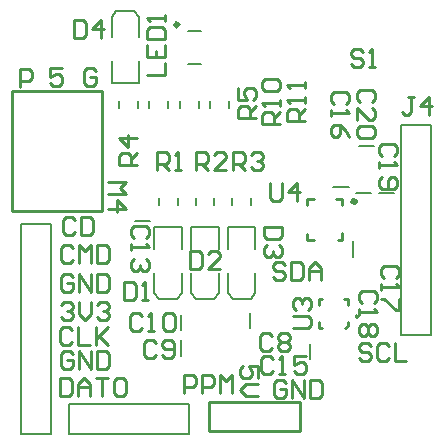
<source format=gto>
G04 Layer_Color=65535*
%FSLAX24Y24*%
%MOIN*%
G70*
G01*
G75*
%ADD23C,0.0197*%
%ADD25C,0.0079*%
%ADD42C,0.0138*%
%ADD43C,0.0100*%
%ADD44C,0.0050*%
D23*
X11457Y7815D02*
G03*
X11457Y7815I-39J0D01*
G01*
D25*
X5920Y66D02*
Y1066D01*
X1920Y66D02*
X5920D01*
X1920Y1066D02*
X5920D01*
X1920Y66D02*
Y1066D01*
X7254Y10915D02*
Y11152D01*
X6624Y10915D02*
Y11152D01*
X6237Y10915D02*
Y11152D01*
X5607Y10915D02*
Y11152D01*
X1307Y57D02*
Y7057D01*
X307D02*
X1307D01*
X307Y57D02*
Y7057D01*
Y57D02*
X1307D01*
X7938Y3583D02*
Y4094D01*
X5650Y2672D02*
Y3184D01*
Y3533D02*
Y4045D01*
X4099Y7151D02*
X4611D01*
X9961Y2549D02*
Y3061D01*
X10728Y8305D02*
X11240D01*
X11378Y5974D02*
Y6486D01*
X11476Y8081D02*
X11988D01*
X12234D02*
X12746D01*
X11585Y9675D02*
X12096D01*
X5669Y4764D02*
Y5433D01*
X4764Y4764D02*
X4921Y4567D01*
X5512D02*
X5669Y4764D01*
X4764D02*
Y5433D01*
X4921Y4567D02*
X5512D01*
X4764Y6969D02*
X5669D01*
Y6220D02*
Y6969D01*
X4764Y6220D02*
Y6969D01*
X6900Y4764D02*
Y5433D01*
X5994Y4764D02*
X6152Y4567D01*
X6742D02*
X6900Y4764D01*
X5994D02*
Y5433D01*
X6152Y4567D02*
X6742D01*
X5994Y6969D02*
X6900D01*
Y6220D02*
Y6969D01*
X5994Y6220D02*
Y6969D01*
X8130Y4764D02*
Y5433D01*
X7224Y4764D02*
X7382Y4567D01*
X7972D02*
X8130Y4764D01*
X7224D02*
Y5433D01*
X7382Y4567D02*
X7972D01*
X7224Y6969D02*
X8130D01*
Y6220D02*
Y6969D01*
X7224Y6220D02*
Y6969D01*
X3337Y13287D02*
Y13957D01*
X4085Y14154D02*
X4242Y13957D01*
X3337D02*
X3494Y14154D01*
X4242Y13287D02*
Y13957D01*
X3494Y14154D02*
X4085D01*
X3337Y11752D02*
X4242D01*
X3337D02*
Y12500D01*
X4242Y11752D02*
Y12500D01*
X12965Y3356D02*
Y10356D01*
Y3356D02*
X13965D01*
Y10356D01*
X12965D02*
X13965D01*
X4902Y7707D02*
Y7943D01*
X5531Y7707D02*
Y7943D01*
X6132Y7707D02*
Y7943D01*
X6762Y7707D02*
Y7943D01*
X7362Y7697D02*
Y7933D01*
X7992Y7697D02*
Y7933D01*
X4203Y10915D02*
Y11152D01*
X3573Y10915D02*
Y11152D01*
X5220Y10915D02*
Y11152D01*
X4590Y10915D02*
Y11152D01*
D42*
X5572Y13711D02*
G03*
X5572Y13711I-70J0D01*
G01*
D43*
X11551Y3970D02*
G03*
X11551Y3970I-39J0D01*
G01*
X6589Y157D02*
Y1130D01*
Y157D02*
X9600D01*
Y1130D01*
X6589D02*
X9600D01*
X17Y11499D02*
X3017D01*
Y7499D02*
Y11499D01*
X17Y7499D02*
X3017D01*
X17D02*
Y11499D01*
X11220Y3671D02*
Y3809D01*
Y4360D02*
Y4577D01*
X11091D02*
X11220D01*
X10236D02*
X10354D01*
X10236Y3592D02*
Y3809D01*
Y4360D02*
Y4577D01*
Y3592D02*
X10354D01*
X11122D02*
X11220Y3671D01*
X11024Y7693D02*
Y7894D01*
X9843D02*
X10077D01*
X9843Y7693D02*
Y7894D01*
Y6516D02*
Y6732D01*
Y6516D02*
X10077D01*
X11024D02*
Y6750D01*
X10866Y6516D02*
X11024D01*
X10827Y7894D02*
X11024D01*
X1624Y1938D02*
Y1339D01*
X1924D01*
X2024Y1439D01*
Y1838D01*
X1924Y1938D01*
X1624D01*
X2224Y1339D02*
Y1738D01*
X2424Y1938D01*
X2624Y1738D01*
Y1339D01*
Y1638D01*
X2224D01*
X2824Y1938D02*
X3223D01*
X3024D01*
Y1339D01*
X3423Y1838D02*
X3523Y1938D01*
X3723D01*
X3823Y1838D01*
Y1439D01*
X3723Y1339D01*
X3523D01*
X3423Y1439D01*
Y1838D01*
X2063Y5293D02*
X1963Y5393D01*
X1763D01*
X1663Y5293D01*
Y4893D01*
X1763Y4793D01*
X1963D01*
X2063Y4893D01*
Y5093D01*
X1863D01*
X2263Y4793D02*
Y5393D01*
X2663Y4793D01*
Y5393D01*
X2863D02*
Y4793D01*
X3163D01*
X3263Y4893D01*
Y5293D01*
X3163Y5393D01*
X2863D01*
X2044Y6248D02*
X1944Y6348D01*
X1744D01*
X1644Y6248D01*
Y5848D01*
X1744Y5748D01*
X1944D01*
X2044Y5848D01*
X2244Y5748D02*
Y6348D01*
X2443Y6148D01*
X2643Y6348D01*
Y5748D01*
X2843Y6348D02*
Y5748D01*
X3143D01*
X3243Y5848D01*
Y6248D01*
X3143Y6348D01*
X2843D01*
X9774Y10482D02*
X9174D01*
Y10782D01*
X9274Y10882D01*
X9474D01*
X9574Y10782D01*
Y10482D01*
Y10682D02*
X9774Y10882D01*
Y11082D02*
Y11282D01*
Y11182D01*
X9174D01*
X9274Y11082D01*
X9774Y11582D02*
Y11782D01*
Y11682D01*
X9174D01*
X9274Y11582D01*
X8937Y10404D02*
X8337D01*
Y10703D01*
X8437Y10803D01*
X8637D01*
X8737Y10703D01*
Y10404D01*
Y10603D02*
X8937Y10803D01*
Y11003D02*
Y11203D01*
Y11103D01*
X8337D01*
X8437Y11003D01*
Y11503D02*
X8337Y11603D01*
Y11803D01*
X8437Y11903D01*
X8837D01*
X8937Y11803D01*
Y11603D01*
X8837Y11503D01*
X8437D01*
X4508Y12028D02*
X5108D01*
Y12427D01*
X4508Y13027D02*
Y12627D01*
X5108D01*
Y13027D01*
X4808Y12627D02*
Y12827D01*
X4508Y13227D02*
X5108D01*
Y13527D01*
X5008Y13627D01*
X4608D01*
X4508Y13527D01*
Y13227D01*
X5108Y13827D02*
Y14027D01*
Y13927D01*
X4508D01*
X4608Y13827D01*
X4486Y6598D02*
X4586Y6698D01*
Y6898D01*
X4486Y6998D01*
X4086D01*
X3986Y6898D01*
Y6698D01*
X4086Y6598D01*
X3986Y6398D02*
Y6198D01*
Y6298D01*
X4586D01*
X4486Y6398D01*
Y5898D02*
X4586Y5798D01*
Y5598D01*
X4486Y5499D01*
X4386D01*
X4286Y5598D01*
Y5698D01*
Y5598D01*
X4186Y5499D01*
X4086D01*
X3986Y5598D01*
Y5798D01*
X4086Y5898D01*
X4361Y3994D02*
X4262Y4094D01*
X4062D01*
X3962Y3994D01*
Y3594D01*
X4062Y3494D01*
X4262D01*
X4361Y3594D01*
X4561Y3494D02*
X4761D01*
X4661D01*
Y4094D01*
X4561Y3994D01*
X5061D02*
X5161Y4094D01*
X5361D01*
X5461Y3994D01*
Y3594D01*
X5361Y3494D01*
X5161D01*
X5061Y3594D01*
Y3994D01*
X4804Y3108D02*
X4704Y3208D01*
X4505D01*
X4405Y3108D01*
Y2708D01*
X4505Y2608D01*
X4704D01*
X4804Y2708D01*
X5004D02*
X5104Y2608D01*
X5304D01*
X5404Y2708D01*
Y3108D01*
X5304Y3208D01*
X5104D01*
X5004Y3108D01*
Y3008D01*
X5104Y2908D01*
X5404D01*
X8692Y3330D02*
X8592Y3430D01*
X8392D01*
X8292Y3330D01*
Y2930D01*
X8392Y2830D01*
X8592D01*
X8692Y2930D01*
X8892Y3330D02*
X8992Y3430D01*
X9192D01*
X9292Y3330D01*
Y3230D01*
X9192Y3130D01*
X9292Y3030D01*
Y2930D01*
X9192Y2830D01*
X8992D01*
X8892Y2930D01*
Y3030D01*
X8992Y3130D01*
X8892Y3230D01*
Y3330D01*
X8992Y3130D02*
X9192D01*
X8612Y8444D02*
Y7944D01*
X8712Y7844D01*
X8912D01*
X9012Y7944D01*
Y8444D01*
X9512Y7844D02*
Y8444D01*
X9212Y8144D01*
X9612D01*
X9390Y3593D02*
X9890D01*
X9990Y3692D01*
Y3892D01*
X9890Y3992D01*
X9390D01*
X9490Y4192D02*
X9390Y4292D01*
Y4492D01*
X9490Y4592D01*
X9590D01*
X9690Y4492D01*
Y4392D01*
Y4492D01*
X9790Y4592D01*
X9890D01*
X9990Y4492D01*
Y4292D01*
X9890Y4192D01*
X8140Y10610D02*
X7540D01*
Y10910D01*
X7640Y11010D01*
X7840D01*
X7940Y10910D01*
Y10610D01*
Y10810D02*
X8140Y11010D01*
X7540Y11610D02*
Y11210D01*
X7840D01*
X7740Y11410D01*
Y11510D01*
X7840Y11610D01*
X8040D01*
X8140Y11510D01*
Y11310D01*
X8040Y11210D01*
X4173Y9035D02*
X3573D01*
Y9335D01*
X3673Y9435D01*
X3873D01*
X3973Y9335D01*
Y9035D01*
Y9235D02*
X4173Y9435D01*
Y9935D02*
X3573D01*
X3873Y9635D01*
Y10035D01*
X7382Y8858D02*
Y9458D01*
X7682D01*
X7782Y9358D01*
Y9158D01*
X7682Y9058D01*
X7382D01*
X7582D02*
X7782Y8858D01*
X7982Y9358D02*
X8082Y9458D01*
X8282D01*
X8382Y9358D01*
Y9258D01*
X8282Y9158D01*
X8182D01*
X8282D01*
X8382Y9058D01*
Y8958D01*
X8282Y8858D01*
X8082D01*
X7982Y8958D01*
X6152Y8858D02*
Y9458D01*
X6451D01*
X6551Y9358D01*
Y9158D01*
X6451Y9058D01*
X6152D01*
X6352D02*
X6551Y8858D01*
X7151D02*
X6751D01*
X7151Y9258D01*
Y9358D01*
X7051Y9458D01*
X6851D01*
X6751Y9358D01*
X4847Y8858D02*
Y9458D01*
X5147D01*
X5247Y9358D01*
Y9158D01*
X5147Y9058D01*
X4847D01*
X5047D02*
X5247Y8858D01*
X5447D02*
X5647D01*
X5547D01*
Y9458D01*
X5447Y9358D01*
X13423Y11300D02*
X13223D01*
X13323D01*
Y10800D01*
X13223Y10700D01*
X13123D01*
X13023Y10800D01*
X13922Y10700D02*
Y11300D01*
X13622Y11000D01*
X14022D01*
X12025Y11145D02*
X12125Y11245D01*
Y11445D01*
X12025Y11545D01*
X11626D01*
X11526Y11445D01*
Y11245D01*
X11626Y11145D01*
X11526Y10546D02*
Y10945D01*
X11925Y10546D01*
X12025D01*
X12125Y10646D01*
Y10846D01*
X12025Y10945D01*
Y10346D02*
X12125Y10246D01*
Y10046D01*
X12025Y9946D01*
X11626D01*
X11526Y10046D01*
Y10246D01*
X11626Y10346D01*
X12025D01*
X12744Y9334D02*
X12844Y9434D01*
Y9634D01*
X12744Y9734D01*
X12344D01*
X12244Y9634D01*
Y9434D01*
X12344Y9334D01*
X12244Y9134D02*
Y8935D01*
Y9034D01*
X12844D01*
X12744Y9134D01*
X12344Y8635D02*
X12244Y8535D01*
Y8335D01*
X12344Y8235D01*
X12744D01*
X12844Y8335D01*
Y8535D01*
X12744Y8635D01*
X12644D01*
X12544Y8535D01*
Y8235D01*
X12065Y4413D02*
X12165Y4513D01*
Y4713D01*
X12065Y4813D01*
X11665D01*
X11565Y4713D01*
Y4513D01*
X11665Y4413D01*
X11565Y4213D02*
Y4013D01*
Y4113D01*
X12165D01*
X12065Y4213D01*
Y3713D02*
X12165Y3613D01*
Y3413D01*
X12065Y3313D01*
X11965D01*
X11865Y3413D01*
X11765Y3313D01*
X11665D01*
X11565Y3413D01*
Y3613D01*
X11665Y3713D01*
X11765D01*
X11865Y3613D01*
X11965Y3713D01*
X12065D01*
X11865Y3613D02*
Y3413D01*
X12813Y5279D02*
X12913Y5379D01*
Y5579D01*
X12813Y5679D01*
X12413D01*
X12313Y5579D01*
Y5379D01*
X12413Y5279D01*
X12313Y5079D02*
Y4879D01*
Y4979D01*
X12913D01*
X12813Y5079D01*
X12913Y4579D02*
Y4180D01*
X12813D01*
X12413Y4579D01*
X12313D01*
X11159Y11057D02*
X11259Y11157D01*
Y11357D01*
X11159Y11457D01*
X10759D01*
X10659Y11357D01*
Y11157D01*
X10759Y11057D01*
X10659Y10857D02*
Y10657D01*
Y10757D01*
X11259D01*
X11159Y10857D01*
X11259Y9957D02*
X11159Y10157D01*
X10959Y10357D01*
X10759D01*
X10659Y10257D01*
Y10057D01*
X10759Y9957D01*
X10859D01*
X10959Y10057D01*
Y10357D01*
X8717Y2567D02*
X8617Y2667D01*
X8417D01*
X8317Y2567D01*
Y2167D01*
X8417Y2067D01*
X8617D01*
X8717Y2167D01*
X8917Y2067D02*
X9117D01*
X9017D01*
Y2667D01*
X8917Y2567D01*
X9816Y2667D02*
X9417D01*
Y2367D01*
X9617Y2467D01*
X9716D01*
X9816Y2367D01*
Y2167D01*
X9716Y2067D01*
X9517D01*
X9417Y2167D01*
X3740Y5127D02*
Y4528D01*
X4040D01*
X4140Y4628D01*
Y5027D01*
X4040Y5127D01*
X3740D01*
X4340Y4528D02*
X4540D01*
X4440D01*
Y5127D01*
X4340Y5027D01*
X5955Y6171D02*
Y5571D01*
X6255D01*
X6355Y5671D01*
Y6071D01*
X6255Y6171D01*
X5955D01*
X6954Y5571D02*
X6555D01*
X6954Y5971D01*
Y6071D01*
X6854Y6171D01*
X6654D01*
X6555Y6071D01*
X9005Y6949D02*
X8406D01*
Y6649D01*
X8505Y6549D01*
X8905D01*
X9005Y6649D01*
Y6949D01*
X8905Y6349D02*
X9005Y6249D01*
Y6049D01*
X8905Y5949D01*
X8805D01*
X8705Y6049D01*
Y6149D01*
Y6049D01*
X8605Y5949D01*
X8505D01*
X8406Y6049D01*
Y6249D01*
X8505Y6349D01*
X2087Y13848D02*
Y13248D01*
X2387D01*
X2486Y13348D01*
Y13748D01*
X2387Y13848D01*
X2087D01*
X2986Y13248D02*
Y13848D01*
X2686Y13548D01*
X3086D01*
X11719Y12803D02*
X11619Y12903D01*
X11419D01*
X11319Y12803D01*
Y12703D01*
X11419Y12603D01*
X11619D01*
X11719Y12503D01*
Y12403D01*
X11619Y12303D01*
X11419D01*
X11319Y12403D01*
X11919Y12303D02*
X12119D01*
X12019D01*
Y12903D01*
X11919Y12803D01*
X11965Y2980D02*
X11865Y3080D01*
X11665D01*
X11565Y2980D01*
Y2880D01*
X11665Y2780D01*
X11865D01*
X11965Y2680D01*
Y2580D01*
X11865Y2480D01*
X11665D01*
X11565Y2580D01*
X12565Y2980D02*
X12465Y3080D01*
X12265D01*
X12165Y2980D01*
Y2580D01*
X12265Y2480D01*
X12465D01*
X12565Y2580D01*
X12765Y3080D02*
Y2480D01*
X13164D01*
X9130Y5687D02*
X9030Y5787D01*
X8830D01*
X8730Y5687D01*
Y5587D01*
X8830Y5487D01*
X9030D01*
X9130Y5387D01*
Y5287D01*
X9030Y5187D01*
X8830D01*
X8730Y5287D01*
X9330Y5787D02*
Y5187D01*
X9630D01*
X9730Y5287D01*
Y5687D01*
X9630Y5787D01*
X9330D01*
X9930Y5187D02*
Y5587D01*
X10130Y5787D01*
X10330Y5587D01*
Y5187D01*
Y5487D01*
X9930D01*
X2821Y12163D02*
X2721Y12263D01*
X2521D01*
X2421Y12163D01*
Y11763D01*
X2521Y11663D01*
X2721D01*
X2821Y11763D01*
Y11963D01*
X2621D01*
X1670Y12263D02*
X1270D01*
Y11963D01*
X1470Y12063D01*
X1570D01*
X1670Y11963D01*
Y11763D01*
X1570Y11663D01*
X1370D01*
X1270Y11763D01*
X276Y11634D02*
Y12234D01*
X575D01*
X675Y12134D01*
Y11934D01*
X575Y11834D01*
X276D01*
X1644Y4358D02*
X1744Y4458D01*
X1944D01*
X2044Y4358D01*
Y4258D01*
X1944Y4158D01*
X1844D01*
X1944D01*
X2044Y4058D01*
Y3958D01*
X1944Y3858D01*
X1744D01*
X1644Y3958D01*
X2244Y4458D02*
Y4058D01*
X2443Y3858D01*
X2643Y4058D01*
Y4458D01*
X2843Y4358D02*
X2943Y4458D01*
X3143D01*
X3243Y4358D01*
Y4258D01*
X3143Y4158D01*
X3043D01*
X3143D01*
X3243Y4058D01*
Y3958D01*
X3143Y3858D01*
X2943D01*
X2843Y3958D01*
X2103Y7203D02*
X2003Y7303D01*
X1803D01*
X1703Y7203D01*
Y6803D01*
X1803Y6703D01*
X2003D01*
X2103Y6803D01*
X2303Y7303D02*
Y6703D01*
X2602D01*
X2702Y6803D01*
Y7203D01*
X2602Y7303D01*
X2303D01*
X2024Y3541D02*
X1924Y3641D01*
X1724D01*
X1624Y3541D01*
Y3141D01*
X1724Y3041D01*
X1924D01*
X2024Y3141D01*
X2224Y3641D02*
Y3041D01*
X2624D01*
X2824Y3641D02*
Y3041D01*
Y3241D01*
X3223Y3641D01*
X2924Y3341D01*
X3223Y3041D01*
X2044Y2714D02*
X1944Y2814D01*
X1744D01*
X1644Y2714D01*
Y2315D01*
X1744Y2215D01*
X1944D01*
X2044Y2315D01*
Y2514D01*
X1844D01*
X2244Y2215D02*
Y2814D01*
X2643Y2215D01*
Y2814D01*
X2843D02*
Y2215D01*
X3143D01*
X3243Y2315D01*
Y2714D01*
X3143Y2814D01*
X2843D01*
X5748Y1437D02*
Y2037D01*
X6048D01*
X6148Y1937D01*
Y1737D01*
X6048Y1637D01*
X5748D01*
X6348Y1437D02*
Y2037D01*
X6648D01*
X6748Y1937D01*
Y1737D01*
X6648Y1637D01*
X6348D01*
X6948Y1437D02*
Y2037D01*
X7148Y1837D01*
X7348Y2037D01*
Y1437D01*
X8198Y1933D02*
Y2333D01*
X7898D01*
X7998Y2133D01*
Y2033D01*
X7898Y1933D01*
X7698D01*
X7598Y2033D01*
Y2233D01*
X7698Y2333D01*
X8198Y1733D02*
X7798D01*
X7598Y1533D01*
X7798Y1333D01*
X8198D01*
X9150Y1760D02*
X9050Y1860D01*
X8850D01*
X8750Y1760D01*
Y1360D01*
X8850Y1260D01*
X9050D01*
X9150Y1360D01*
Y1560D01*
X8950D01*
X9350Y1260D02*
Y1860D01*
X9750Y1260D01*
Y1860D01*
X9950D02*
Y1260D01*
X10250D01*
X10349Y1360D01*
Y1760D01*
X10250Y1860D01*
X9950D01*
X3228Y8465D02*
X3828D01*
X3628Y8265D01*
X3828Y8065D01*
X3228D01*
Y7565D02*
X3828D01*
X3528Y7865D01*
Y7465D01*
D44*
X5886Y12392D02*
X6319D01*
X5886Y13494D02*
X6319D01*
M02*

</source>
